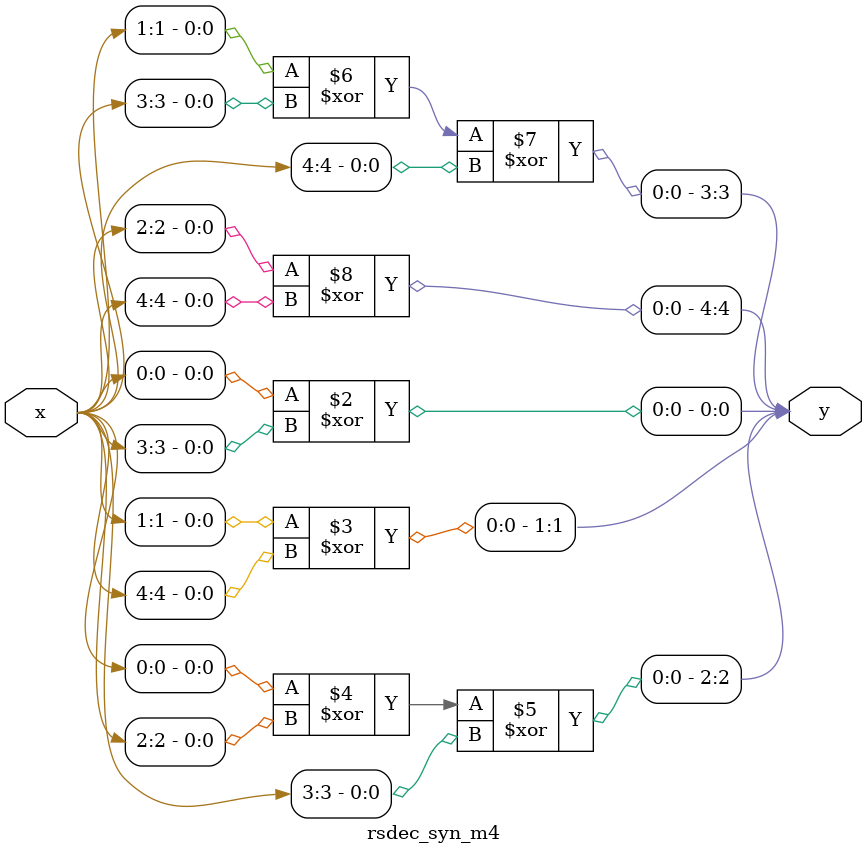
<source format=v>
module rsdec_syn_m4 (y, x);
	input [4:0] x;
	output [4:0] y;
	reg [4:0] y;
	always @ (x)
	begin
		y[0] = x[0] ^ x[3];
		y[1] = x[1] ^ x[4];
		y[2] = x[0] ^ x[2] ^ x[3];
		y[3] = x[1] ^ x[3] ^ x[4];
		y[4] = x[2] ^ x[4];
	end
endmodule
</source>
